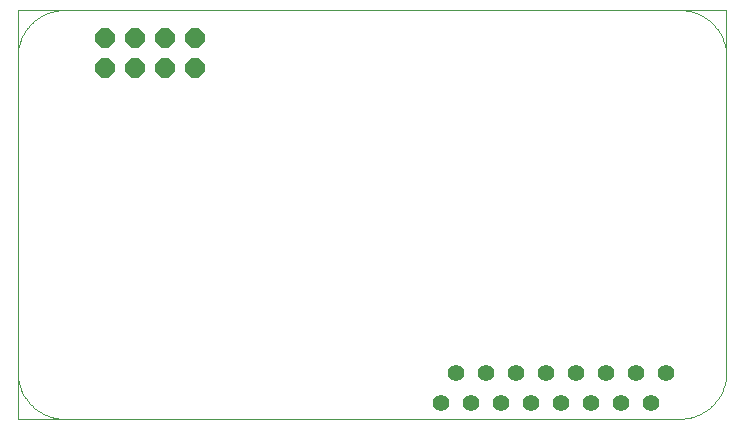
<source format=gbs>
G75*
%MOIN*%
%OFA0B0*%
%FSLAX25Y25*%
%IPPOS*%
%LPD*%
%AMOC8*
5,1,8,0,0,1.08239X$1,22.5*
%
%ADD10C,0.00000*%
%ADD11OC8,0.06400*%
%ADD12C,0.05550*%
D10*
X0006118Y0012146D02*
X0006118Y0026320D01*
X0006118Y0027894D02*
X0006118Y0133406D01*
X0006118Y0148367D01*
X0020291Y0148367D01*
X0021866Y0148367D02*
X0227378Y0148367D01*
X0228165Y0148367D02*
X0242339Y0148367D01*
X0242339Y0134194D01*
X0242339Y0132619D02*
X0242339Y0027107D01*
X0242338Y0027107D02*
X0242319Y0026726D01*
X0242290Y0026345D01*
X0242252Y0025966D01*
X0242205Y0025587D01*
X0242148Y0025210D01*
X0242082Y0024834D01*
X0242007Y0024460D01*
X0241923Y0024087D01*
X0241829Y0023717D01*
X0241727Y0023350D01*
X0241615Y0022985D01*
X0241495Y0022623D01*
X0241366Y0022264D01*
X0241228Y0021908D01*
X0241082Y0021556D01*
X0240926Y0021207D01*
X0240763Y0020862D01*
X0240591Y0020522D01*
X0240410Y0020185D01*
X0240222Y0019854D01*
X0240025Y0019527D01*
X0239821Y0019204D01*
X0239608Y0018887D01*
X0239388Y0018576D01*
X0239160Y0018270D01*
X0238925Y0017969D01*
X0238683Y0017674D01*
X0238433Y0017386D01*
X0238176Y0017103D01*
X0237913Y0016827D01*
X0237643Y0016558D01*
X0237366Y0016295D01*
X0237083Y0016039D01*
X0236794Y0015790D01*
X0236499Y0015548D01*
X0236198Y0015314D01*
X0235891Y0015087D01*
X0235579Y0014867D01*
X0235261Y0014655D01*
X0234939Y0014452D01*
X0234611Y0014256D01*
X0234279Y0014068D01*
X0233942Y0013888D01*
X0233602Y0013717D01*
X0233256Y0013554D01*
X0232907Y0013400D01*
X0232555Y0013254D01*
X0232199Y0013117D01*
X0231839Y0012988D01*
X0231477Y0012869D01*
X0231112Y0012758D01*
X0230744Y0012657D01*
X0230374Y0012564D01*
X0230001Y0012481D01*
X0229627Y0012407D01*
X0229251Y0012342D01*
X0228874Y0012286D01*
X0228495Y0012239D01*
X0228115Y0012202D01*
X0227734Y0012174D01*
X0227353Y0012155D01*
X0226972Y0012146D01*
X0226590Y0012146D01*
X0226591Y0012146D02*
X0021079Y0012146D01*
X0006118Y0012146D01*
X0021079Y0012147D02*
X0020698Y0012166D01*
X0020317Y0012195D01*
X0019938Y0012233D01*
X0019559Y0012280D01*
X0019182Y0012337D01*
X0018806Y0012403D01*
X0018432Y0012478D01*
X0018059Y0012562D01*
X0017689Y0012656D01*
X0017322Y0012758D01*
X0016957Y0012870D01*
X0016595Y0012990D01*
X0016236Y0013119D01*
X0015880Y0013257D01*
X0015528Y0013403D01*
X0015179Y0013559D01*
X0014834Y0013722D01*
X0014494Y0013894D01*
X0014157Y0014075D01*
X0013826Y0014263D01*
X0013499Y0014460D01*
X0013176Y0014664D01*
X0012859Y0014877D01*
X0012548Y0015097D01*
X0012242Y0015325D01*
X0011941Y0015560D01*
X0011646Y0015802D01*
X0011358Y0016052D01*
X0011075Y0016309D01*
X0010799Y0016572D01*
X0010530Y0016842D01*
X0010267Y0017119D01*
X0010011Y0017402D01*
X0009762Y0017691D01*
X0009520Y0017986D01*
X0009286Y0018287D01*
X0009059Y0018594D01*
X0008839Y0018906D01*
X0008627Y0019224D01*
X0008424Y0019546D01*
X0008228Y0019874D01*
X0008040Y0020206D01*
X0007860Y0020543D01*
X0007689Y0020883D01*
X0007526Y0021229D01*
X0007372Y0021578D01*
X0007226Y0021930D01*
X0007089Y0022286D01*
X0006960Y0022646D01*
X0006841Y0023008D01*
X0006730Y0023373D01*
X0006629Y0023741D01*
X0006536Y0024111D01*
X0006453Y0024484D01*
X0006379Y0024858D01*
X0006314Y0025234D01*
X0006258Y0025611D01*
X0006211Y0025990D01*
X0006174Y0026370D01*
X0006146Y0026751D01*
X0006127Y0027132D01*
X0006118Y0027513D01*
X0006118Y0027895D01*
X0006118Y0133406D02*
X0006137Y0133787D01*
X0006166Y0134168D01*
X0006204Y0134547D01*
X0006251Y0134926D01*
X0006308Y0135303D01*
X0006374Y0135679D01*
X0006449Y0136053D01*
X0006533Y0136426D01*
X0006627Y0136796D01*
X0006729Y0137163D01*
X0006841Y0137528D01*
X0006961Y0137890D01*
X0007090Y0138249D01*
X0007228Y0138605D01*
X0007374Y0138957D01*
X0007530Y0139306D01*
X0007693Y0139651D01*
X0007865Y0139991D01*
X0008046Y0140328D01*
X0008234Y0140659D01*
X0008431Y0140986D01*
X0008635Y0141309D01*
X0008848Y0141626D01*
X0009068Y0141937D01*
X0009296Y0142243D01*
X0009531Y0142544D01*
X0009773Y0142839D01*
X0010023Y0143127D01*
X0010280Y0143410D01*
X0010543Y0143686D01*
X0010813Y0143955D01*
X0011090Y0144218D01*
X0011373Y0144474D01*
X0011662Y0144723D01*
X0011957Y0144965D01*
X0012258Y0145199D01*
X0012565Y0145426D01*
X0012877Y0145646D01*
X0013195Y0145858D01*
X0013517Y0146061D01*
X0013845Y0146257D01*
X0014177Y0146445D01*
X0014514Y0146625D01*
X0014854Y0146796D01*
X0015200Y0146959D01*
X0015549Y0147113D01*
X0015901Y0147259D01*
X0016257Y0147396D01*
X0016617Y0147525D01*
X0016979Y0147644D01*
X0017344Y0147755D01*
X0017712Y0147856D01*
X0018082Y0147949D01*
X0018455Y0148032D01*
X0018829Y0148106D01*
X0019205Y0148171D01*
X0019582Y0148227D01*
X0019961Y0148274D01*
X0020341Y0148311D01*
X0020722Y0148339D01*
X0021103Y0148358D01*
X0021484Y0148367D01*
X0021866Y0148367D01*
X0227378Y0148367D02*
X0227759Y0148348D01*
X0228140Y0148319D01*
X0228519Y0148281D01*
X0228898Y0148234D01*
X0229275Y0148177D01*
X0229651Y0148111D01*
X0230025Y0148036D01*
X0230398Y0147952D01*
X0230768Y0147858D01*
X0231135Y0147756D01*
X0231500Y0147644D01*
X0231862Y0147524D01*
X0232221Y0147395D01*
X0232577Y0147257D01*
X0232929Y0147111D01*
X0233278Y0146955D01*
X0233623Y0146792D01*
X0233963Y0146620D01*
X0234300Y0146439D01*
X0234631Y0146251D01*
X0234958Y0146054D01*
X0235281Y0145850D01*
X0235598Y0145637D01*
X0235909Y0145417D01*
X0236215Y0145189D01*
X0236516Y0144954D01*
X0236811Y0144712D01*
X0237099Y0144462D01*
X0237382Y0144205D01*
X0237658Y0143942D01*
X0237927Y0143672D01*
X0238190Y0143395D01*
X0238446Y0143112D01*
X0238695Y0142823D01*
X0238937Y0142528D01*
X0239171Y0142227D01*
X0239398Y0141920D01*
X0239618Y0141608D01*
X0239830Y0141290D01*
X0240033Y0140968D01*
X0240229Y0140640D01*
X0240417Y0140308D01*
X0240597Y0139971D01*
X0240768Y0139631D01*
X0240931Y0139285D01*
X0241085Y0138936D01*
X0241231Y0138584D01*
X0241368Y0138228D01*
X0241497Y0137868D01*
X0241616Y0137506D01*
X0241727Y0137141D01*
X0241828Y0136773D01*
X0241921Y0136403D01*
X0242004Y0136030D01*
X0242078Y0135656D01*
X0242143Y0135280D01*
X0242199Y0134903D01*
X0242246Y0134524D01*
X0242283Y0134144D01*
X0242311Y0133763D01*
X0242330Y0133382D01*
X0242339Y0133001D01*
X0242339Y0132619D01*
D11*
X0065213Y0129194D03*
X0055213Y0129194D03*
X0045213Y0129194D03*
X0035213Y0129194D03*
X0035213Y0139194D03*
X0045213Y0139194D03*
X0055213Y0139194D03*
X0065213Y0139194D03*
D12*
X0152063Y0027383D03*
X0162063Y0027383D03*
X0172063Y0027383D03*
X0182063Y0027383D03*
X0192063Y0027383D03*
X0202063Y0027383D03*
X0212063Y0027383D03*
X0222063Y0027383D03*
X0217063Y0017383D03*
X0207063Y0017383D03*
X0197063Y0017383D03*
X0187063Y0017383D03*
X0177063Y0017383D03*
X0167063Y0017383D03*
X0157063Y0017383D03*
X0147063Y0017383D03*
M02*

</source>
